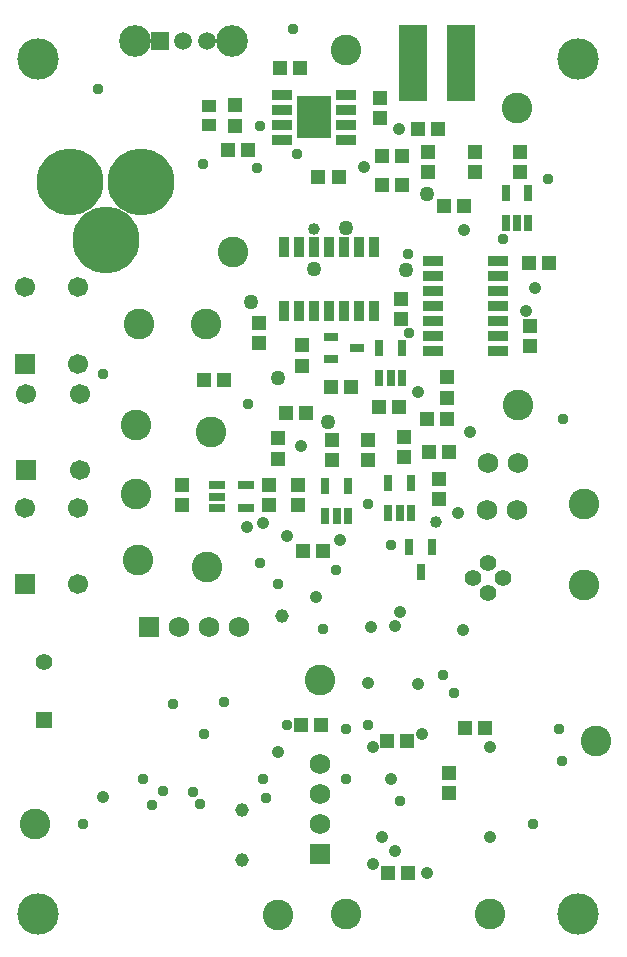
<source format=gts>
G04 EAGLE Gerber RS-274X export*
G75*
%MOMM*%
%FSLAX34Y34*%
%LPD*%
%INTop Soldermask*%
%IPPOS*%
%AMOC8*
5,1,8,0,0,1.08239X$1,22.5*%
G01*
%ADD10R,1.303200X1.203200*%
%ADD11R,0.803200X1.403200*%
%ADD12R,0.853200X1.748200*%
%ADD13R,1.748200X0.853200*%
%ADD14R,1.203200X1.303200*%
%ADD15R,1.728200X0.853200*%
%ADD16R,2.913200X3.553200*%
%ADD17R,2.403200X6.503200*%
%ADD18R,1.511200X1.511200*%
%ADD19C,1.511200*%
%ADD20C,2.693200*%
%ADD21R,1.183200X1.073200*%
%ADD22R,1.733200X1.733200*%
%ADD23C,1.733200*%
%ADD24C,1.727200*%
%ADD25R,1.403200X0.803200*%
%ADD26R,1.253200X0.803200*%
%ADD27C,1.701200*%
%ADD28R,1.701200X1.701200*%
%ADD29C,1.411200*%
%ADD30R,0.803200X1.453200*%
%ADD31C,5.663200*%
%ADD32C,2.603200*%
%ADD33R,1.408200X1.408200*%
%ADD34C,1.408200*%
%ADD35C,3.505200*%
%ADD36C,0.959600*%
%ADD37C,1.259600*%
%ADD38C,1.059600*%
%ADD39C,1.159600*%
%ADD40C,1.009600*%


D10*
X386470Y81280D03*
X403470Y81280D03*
D11*
X421510Y508826D03*
X431010Y508826D03*
X440510Y508826D03*
X440510Y533826D03*
X421510Y533826D03*
D12*
X309880Y488290D03*
X297180Y488290D03*
X284480Y488290D03*
X271780Y488290D03*
X259080Y488290D03*
X246380Y488290D03*
X233680Y488290D03*
X233680Y433730D03*
X246380Y433730D03*
X259080Y433730D03*
X271780Y433730D03*
X284480Y433730D03*
X297180Y433730D03*
X309880Y433730D03*
D13*
X360070Y476250D03*
X360070Y463550D03*
X360070Y450850D03*
X360070Y438150D03*
X360070Y425450D03*
X360070Y412750D03*
X360070Y400050D03*
X414630Y400050D03*
X414630Y412750D03*
X414630Y425450D03*
X414630Y438150D03*
X414630Y450850D03*
X414630Y463550D03*
X414630Y476250D03*
D14*
X368690Y523240D03*
X385690Y523240D03*
X441080Y474980D03*
X458080Y474980D03*
X191770Y607940D03*
X191770Y590940D03*
X394970Y551570D03*
X394970Y568570D03*
X433070Y568435D03*
X433070Y551435D03*
D10*
X230260Y640080D03*
X247260Y640080D03*
X333620Y541020D03*
X316620Y541020D03*
D14*
X314960Y597290D03*
X314960Y614290D03*
D15*
X232200Y617220D03*
X232200Y604520D03*
X232200Y591820D03*
X232200Y579120D03*
X285960Y579120D03*
X285960Y591820D03*
X285960Y604520D03*
X285960Y617220D03*
D16*
X259080Y598170D03*
D17*
X343220Y643890D03*
X383320Y643890D03*
D14*
X347100Y588010D03*
X364100Y588010D03*
X262834Y547141D03*
X279834Y547141D03*
X333620Y565150D03*
X316620Y565150D03*
X185810Y570230D03*
X202810Y570230D03*
D18*
X128270Y662940D03*
D19*
X148270Y662940D03*
X168270Y662940D03*
D20*
X107270Y662940D03*
X189270Y662940D03*
D10*
X248040Y83820D03*
X265040Y83820D03*
X320430Y69850D03*
X337430Y69850D03*
D14*
X338700Y-41910D03*
X321700Y-41910D03*
D21*
X170180Y591290D03*
X170180Y607590D03*
D22*
X264160Y-25400D03*
D23*
X264160Y0D03*
X264160Y25400D03*
X264160Y50800D03*
D24*
X430530Y265430D03*
X405130Y265430D03*
D14*
X372060Y377645D03*
X372060Y360645D03*
D10*
X290440Y369570D03*
X273440Y369570D03*
D14*
X248920Y387740D03*
X248920Y404740D03*
D11*
X314350Y377390D03*
X323850Y377390D03*
X333350Y377390D03*
X333350Y402390D03*
X314350Y402390D03*
D25*
X176730Y286360D03*
X176730Y276860D03*
X176730Y267360D03*
X201730Y267360D03*
X201730Y286360D03*
D11*
X268630Y260550D03*
X278130Y260550D03*
X287630Y260550D03*
X287630Y285550D03*
X268630Y285550D03*
D24*
X406517Y305517D03*
X431917Y305517D03*
D26*
X273480Y412090D03*
X273480Y393090D03*
X295480Y402590D03*
D14*
X331080Y353060D03*
X314080Y353060D03*
X371720Y342900D03*
X354720Y342900D03*
D10*
X220980Y269630D03*
X220980Y286630D03*
X245110Y286630D03*
X245110Y269630D03*
X335280Y327270D03*
X335280Y310270D03*
D14*
X372990Y314960D03*
X355990Y314960D03*
D10*
X355600Y568570D03*
X355600Y551570D03*
X212090Y406790D03*
X212090Y423790D03*
X373380Y25790D03*
X373380Y42790D03*
X332740Y444110D03*
X332740Y427110D03*
X441960Y421250D03*
X441960Y404250D03*
X364490Y291710D03*
X364490Y274710D03*
D14*
X165490Y375920D03*
X182490Y375920D03*
X252340Y347980D03*
X235340Y347980D03*
D27*
X59330Y202450D03*
D28*
X14330Y202450D03*
D27*
X59330Y267450D03*
X14330Y267450D03*
X60600Y298970D03*
D28*
X15600Y298970D03*
D27*
X60600Y363970D03*
X15600Y363970D03*
X59330Y389140D03*
D28*
X14330Y389140D03*
D27*
X59330Y454140D03*
X14330Y454140D03*
D11*
X321970Y263090D03*
X331470Y263090D03*
X340970Y263090D03*
X340970Y288090D03*
X321970Y288090D03*
D29*
X406400Y195580D03*
X406400Y220980D03*
X393700Y208280D03*
X419100Y208280D03*
D30*
X358750Y234020D03*
X339750Y234020D03*
X349250Y213020D03*
D14*
X228600Y326000D03*
X228600Y309000D03*
X147320Y286630D03*
X147320Y269630D03*
D10*
X249310Y231140D03*
X266310Y231140D03*
X274320Y324730D03*
X274320Y307730D03*
X304800Y324730D03*
X304800Y307730D03*
D31*
X112460Y543240D03*
X82960Y494240D03*
X52460Y543240D03*
D22*
X119533Y166499D03*
D23*
X144933Y166499D03*
X170333Y166499D03*
X195733Y166499D03*
D32*
X430530Y605790D03*
X167640Y422910D03*
X171450Y331470D03*
X108496Y336981D03*
X487680Y270510D03*
X431800Y354313D03*
X487680Y201930D03*
X498159Y69659D03*
X264160Y121920D03*
X285750Y-76200D03*
X407670Y-76200D03*
X168450Y217555D03*
X110358Y223509D03*
X110490Y422910D03*
X108730Y278930D03*
X228600Y-77470D03*
X22860Y0D03*
X285750Y655320D03*
D33*
X30480Y87630D03*
D34*
X30480Y136430D03*
D32*
X190500Y483870D03*
D35*
X25400Y-76200D03*
X482600Y-76200D03*
X482600Y647700D03*
X25400Y647700D03*
D36*
X218440Y21590D03*
X130810Y27940D03*
X162253Y16443D03*
X285750Y80010D03*
X331470Y19050D03*
X285750Y38100D03*
D37*
X354330Y533400D03*
D38*
X308610Y-34290D03*
D36*
X236220Y83820D03*
D38*
X228600Y60960D03*
D36*
X156944Y26768D03*
X182880Y102870D03*
D37*
X205740Y441960D03*
X228600Y377190D03*
X270510Y340360D03*
D36*
X304800Y270510D03*
D38*
X247650Y320040D03*
X327660Y167640D03*
X384810Y163830D03*
X407670Y64770D03*
D39*
X231579Y175549D03*
X198120Y11430D03*
X198120Y-30480D03*
D38*
X80010Y22860D03*
D36*
X215900Y38100D03*
D38*
X201930Y251460D03*
X331470Y179070D03*
X260350Y191770D03*
D36*
X377190Y110490D03*
X368388Y125375D03*
D38*
X391494Y331862D03*
X381000Y262890D03*
X350520Y76200D03*
X307340Y166370D03*
D40*
X361950Y255270D03*
D38*
X346710Y118110D03*
D36*
X213360Y220980D03*
D38*
X407670Y-11430D03*
X316230Y-11430D03*
X304800Y119380D03*
X327660Y-22860D03*
X354330Y-41910D03*
X308610Y64770D03*
X323850Y38100D03*
X386192Y502568D03*
X438150Y434340D03*
D36*
X80010Y381000D03*
X121614Y15892D03*
X457200Y546100D03*
X338615Y482574D03*
X203200Y355600D03*
X469900Y342900D03*
X444500Y0D03*
X304935Y83265D03*
X63500Y0D03*
X228600Y203200D03*
X266700Y165100D03*
X165100Y558800D03*
X76200Y622300D03*
X241300Y673100D03*
D37*
X258916Y469852D03*
D40*
X259228Y503740D03*
D36*
X139436Y101328D03*
X165568Y75796D03*
X114300Y38100D03*
X277418Y214796D03*
X244454Y566981D03*
X211027Y554575D03*
D38*
X300990Y556260D03*
X330585Y588421D03*
D36*
X213360Y590550D03*
D38*
X346710Y365760D03*
D36*
X339090Y415290D03*
D38*
X215900Y254390D03*
X280912Y239986D03*
X236220Y243840D03*
D37*
X285750Y504190D03*
X336550Y468630D03*
D36*
X419100Y495300D03*
D38*
X445770Y453390D03*
D36*
X323850Y236220D03*
X466090Y80010D03*
X468630Y53340D03*
M02*

</source>
